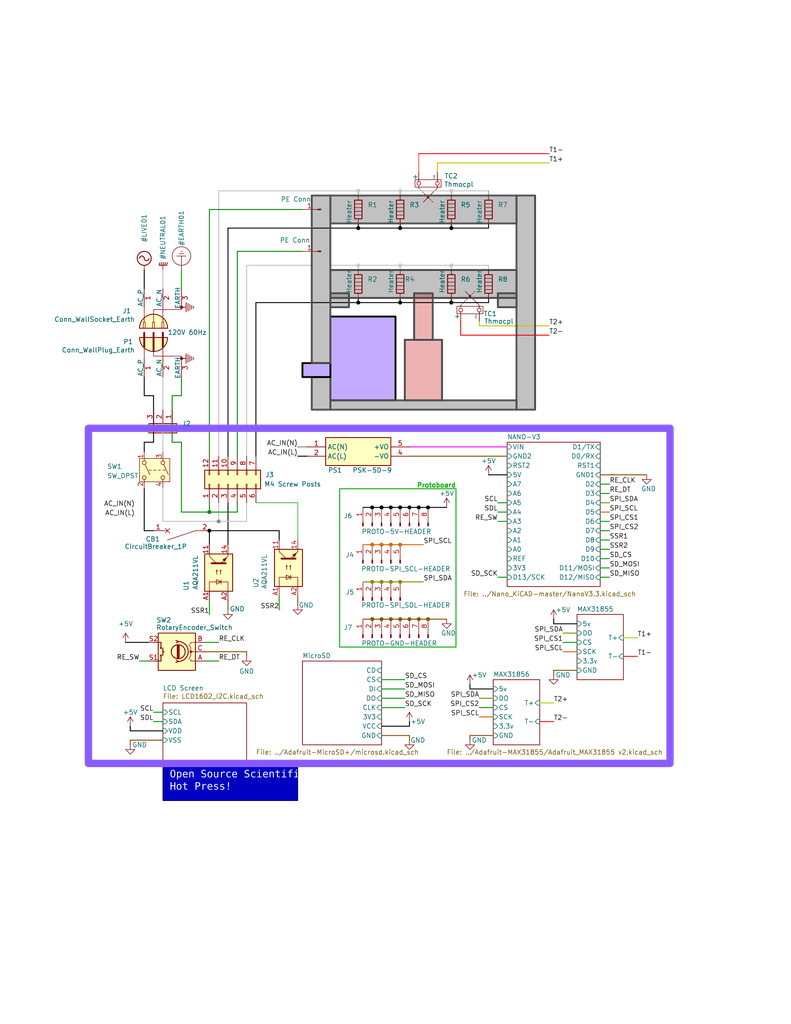
<source format=kicad_sch>
(kicad_sch (version 20231120) (generator "eeschema") (generator_version "8.0")
  (paper "A" portrait)
  (lib_symbols
    (symbol "Connector:Conn_01x01_Pin" (pin_names (offset 1.016) hide)
      (property "Reference" "J" (at 0 2.54 0))
      (property "Value" "Conn_01x01_Pin" (at 0 -2.54 0))
      (symbol "Conn_01x01_Pin_1_1"
        (pin passive line (at 5.08 0 180) (length 3.81) (name "Pin_1") (number "1"))
      )
    )
    (symbol "Connector:Conn_01x05_Pin" (pin_names (offset 1.016) hide)
      (property "Reference" "J" (at 0 7.62 0))
      (property "Value" "Conn_01x05_Pin" (at 0 -7.62 0))
      (symbol "Conn_01x05_Pin_1_1"
        (pin passive line (at 5.08 5.08 180) (length 3.81) (name "Pin_1") (number "1"))
        (pin passive line (at 5.08 2.54 180) (length 3.81) (name "Pin_2") (number "2"))
        (pin passive line (at 5.08 0 180) (length 3.81) (name "Pin_3") (number "3"))
        (pin passive line (at 5.08 -2.54 180) (length 3.81) (name "Pin_4") (number "4"))
        (pin passive line (at 5.08 -5.08 180) (length 3.81) (name "Pin_5") (number "5"))
      )
    )
    (symbol "Connector:Conn_01x08_Pin" (pin_names (offset 1.016) hide)
      (property "Reference" "J" (at 0 10.16 0))
      (property "Value" "Conn_01x08_Pin" (at 0 -12.7 0))
      (symbol "Conn_01x08_Pin_1_1"
        (pin passive line (at 5.08 7.62 180) (length 3.81) (name "Pin_1") (number "1"))
        (pin passive line (at 5.08 5.08 180) (length 3.81) (name "Pin_2") (number "2"))
        (pin passive line (at 5.08 2.54 180) (length 3.81) (name "Pin_3") (number "3"))
        (pin passive line (at 5.08 0 180) (length 3.81) (name "Pin_4") (number "4"))
        (pin passive line (at 5.08 -2.54 180) (length 3.81) (name "Pin_5") (number "5"))
        (pin passive line (at 5.08 -5.08 180) (length 3.81) (name "Pin_6") (number "6"))
        (pin passive line (at 5.08 -7.62 180) (length 3.81) (name "Pin_7") (number "7"))
        (pin passive line (at 5.08 -10.16 180) (length 3.81) (name "Pin_8") (number "8"))
      )
    )
    (symbol "Connector:Conn_WallPlug_Earth" (pin_names (offset 0))
      (property "Reference" "P" (at 0 3.81 0))
      (property "Value" "Conn_WallPlug_Earth" (at -5.08 0 90))
      (symbol "Conn_WallPlug_Earth_1_1"
        (pin power_out line (at 7.62 2.54 180) (length 5.08) (name "AC_P") (number "1"))
        (pin power_out line (at 7.62 -2.54 180) (length 5.08) (name "AC_N") (number "2"))
        (pin passive line (at 7.62 -7.62 180) (length 5.08) (name "EARTH") (number "3"))
      )
    )
    (symbol "Connector:Conn_WallSocket_Earth" (pin_names (offset 0))
      (property "Reference" "J" (at 3.81 6.985 0))
      (property "Value" "Conn_WallSocket_Earth" (at 7.62 2.54 90))
      (symbol "Conn_WallSocket_Earth_1_1"
        (pin power_in line (at -5.08 5.08 0) (length 5.08) (name "AC_P") (number "1"))
        (pin power_in line (at -5.08 0 0) (length 5.08) (name "AC_N") (number "2"))
        (pin passive line (at -5.08 -5.08 0) (length 5.08) (name "EARTH") (number "3"))
      )
    )
    (symbol "Connector:Screw_Terminal_01x03" (pin_names (offset 1.016) hide)
      (property "Reference" "J" (at 0 5.08 0))
      (property "Value" "Screw_Terminal_01x03" (at 0 -5.08 0))
      (symbol "Screw_Terminal_01x03_1_1"
        (pin passive line (at -5.08 2.54 0) (length 3.81) (name "Pin_1") (number "1"))
        (pin passive line (at -5.08 0 0) (length 3.81) (name "Pin_2") (number "2"))
        (pin passive line (at -5.08 -2.54 0) (length 3.81) (name "Pin_3") (number "3"))
      )
    )
    (symbol "Connector_Generic:Conn_02x06_Counter_Clockwise" (pin_names (offset 1.016) hide)
      (property "Reference" "J" (at 1.27 7.62 0))
      (property "Value" "Conn_02x06_Counter_Clockwise" (at 1.27 -10.16 0))
      (symbol "Conn_02x06_Counter_Clockwise_1_1"
        (pin passive line (at -5.08 5.08 0) (length 3.81) (name "Pin_1") (number "1"))
        (pin passive line (at 7.62 0 180) (length 3.81) (name "Pin_10") (number "10"))
        (pin passive line (at 7.62 2.54 180) (length 3.81) (name "Pin_11") (number "11"))
        (pin passive line (at 7.62 5.08 180) (length 3.81) (name "Pin_12") (number "12"))
        (pin passive line (at -5.08 2.54 0) (length 3.81) (name "Pin_2") (number "2"))
        (pin passive line (at -5.08 0 0) (length 3.81) (name "Pin_3") (number "3"))
        (pin passive line (at -5.08 -2.54 0) (length 3.81) (name "Pin_4") (number "4"))
        (pin passive line (at -5.08 -5.08 0) (length 3.81) (name "Pin_5") (number "5"))
        (pin passive line (at -5.08 -7.62 0) (length 3.81) (name "Pin_6") (number "6"))
        (pin passive line (at 7.62 -7.62 180) (length 3.81) (name "Pin_7") (number "7"))
        (pin passive line (at 7.62 -5.08 180) (length 3.81) (name "Pin_8") (number "8"))
        (pin passive line (at 7.62 -2.54 180) (length 3.81) (name "Pin_9") (number "9"))
      )
    )
    (symbol "Device:CircuitBreaker_1P"
      (property "Reference" "CB" (at 1.905 0 0))
      (property "Value" "CircuitBreaker_1P" (at 1.905 1.905 0))
      (symbol "CircuitBreaker_1P_1_1"
        (pin passive line (at 0 7.62 270) (length 2.54) (name "~") (number "1"))
        (pin passive line (at 0 -7.62 90) (length 2.54) (name "~") (number "2"))
      )
    )
    (symbol "Device:Heater" (pin_numbers hide) (pin_names (offset 0))
      (property "Reference" "R" (at 2.032 0 90))
      (property "Value" "Heater" (at -2.032 0 90))
      (symbol "Heater_1_1"
        (pin passive line (at 0 3.81 270) (length 1.27) (name "~") (number "1"))
        (pin passive line (at 0 -3.81 90) (length 1.27) (name "~") (number "2"))
      )
    )
    (symbol "Device:RotaryEncoder_Switch" (pin_names (offset 0.254) hide)
      (property "Reference" "SW" (at 0 6.604 0))
      (property "Value" "RotaryEncoder_Switch" (at 0 -6.604 0))
      (symbol "RotaryEncoder_Switch_1_1"
        (pin passive line (at -7.62 2.54 0) (length 2.54) (name "A") (number "A"))
        (pin passive line (at -7.62 -2.54 0) (length 2.54) (name "B") (number "B"))
        (pin passive line (at -7.62 0 0) (length 2.54) (name "C") (number "C"))
        (pin passive line (at 7.62 2.54 180) (length 2.54) (name "S1") (number "S1"))
        (pin passive line (at 7.62 -2.54 180) (length 2.54) (name "S2") (number "S2"))
      )
    )
    (symbol "Device:Thermocouple_Block" (pin_numbers hide) (pin_names (offset 0))
      (property "Reference" "TC" (at -3.048 3.81 0))
      (property "Value" "Thermocouple_Block" (at -5.08 -4.064 0))
      (symbol "Thermocouple_Block_1_1"
        (pin passive line (at 5.08 2.54 180) (length 2.54) (name "+") (number "1"))
        (pin passive line (at 5.08 -2.54 180) (length 2.54) (name "-") (number "2"))
      )
    )
    (symbol "GND_1" (power) (pin_names (offset 0))
      (property "Value" "GND_1" (at 0 -3.81 0))
      (symbol "GND_1_1_1"
        (pin power_in line (at 0 0 270) (length 0) hide (name "GND") (number "1"))
      )
    )
    (symbol "Relay_SolidState:34.81-9024"
      (property "Reference" "U" (at -5.08 5.08 0))
      (property "Value" "34.81-9024" (at 0 5.08 0))
      (symbol "34.81-9024_1_1"
        (pin passive line (at 7.62 2.54 180) (length 2.54) (name "~") (number "11"))
        (pin passive line (at 7.62 -2.54 180) (length 2.54) (name "~") (number "14"))
        (pin passive line (at -7.62 2.54 0) (length 2.54) (name "~") (number "A1"))
        (pin passive line (at -7.62 -2.54 0) (length 2.54) (name "~") (number "A2"))
      )
    )
    (symbol "SamacSys_Parts:PSK-5D-9"
      (property "Reference" "PS" (at 24.13 7.62 0))
      (property "Value" "PSK-5D-9" (at 24.13 5.08 0))
      (symbol "PSK-5D-9_1_1"
        (pin passive line (at 0 0 0) (length 5.08) (name "AC(N)") (number "1"))
        (pin passive line (at 0 -2.54 0) (length 5.08) (name "AC(L)") (number "2"))
        (pin passive line (at 27.94 -2.54 180) (length 5.08) (name "-VO") (number "4"))
        (pin passive line (at 27.94 0 180) (length 5.08) (name "+VO") (number "5"))
      )
    )
    (symbol "Switch:SW_DPST" (pin_names (offset 0) hide)
      (property "Reference" "SW" (at 0 6.35 0))
      (property "Value" "SW_DPST" (at 0 -5.08 0))
      (symbol "SW_DPST_1_1"
        (pin passive line (at -5.08 -2.54 0) (length 2.54) (name "1") (number "1"))
        (pin passive line (at 5.08 -2.54 180) (length 2.54) (name "2") (number "2"))
        (pin passive line (at -5.08 2.54 0) (length 2.54) (name "3") (number "3"))
        (pin passive line (at 5.08 2.54 180) (length 2.54) (name "4") (number "4"))
      )
    )
    (symbol "power:+5V" (power) (pin_names (offset 0))
      (property "Value" "+5V" (at 0 3.556 0))
      (symbol "+5V_1_1"
        (pin power_in line (at 0 0 90) (length 0) hide (name "+5V") (number "1"))
      )
    )
    (symbol "power:AC" (power) (pin_names (offset 0))
      (property "Value" "AC" (at 0 6.35 0))
      (symbol "AC_1_1"
        (pin power_in line (at 0 0 90) (length 0) hide (name "AC") (number "1"))
      )
    )
    (symbol "power:Earth_Protective" (power) (pin_names (offset 0))
      (symbol "Earth_Protective_1_1"
        (pin power_in line (at 0 0 270) (length 0) hide (name "Earth_Protective") (number "1"))
      )
    )
    (symbol "power:GND" (power) (pin_names (offset 0))
      (property "Value" "GND" (at 0 -3.81 0))
      (symbol "GND_1_1"
        (pin power_in line (at 0 0 270) (length 0) hide (name "GND") (number "1"))
      )
    )
    (symbol "power:GNDPWR" (power) (pin_names (offset 0))
      (property "Value" "GNDPWR" (at 0 -3.302 0))
      (symbol "GNDPWR_1_1"
        (pin power_in line (at 0 0 270) (length 0) hide (name "GNDPWR") (number "1"))
      )
    )
  )
  (junction (at 116.84 138.43) (color 0 0 0 1))
  (junction (at 97.79 82.55) (color 0 0 0 1))
  (junction (at 109.22 72.39) (color 194 194 194 1))
  (junction (at 123.19 82.55) (color 0 0 0 1))
  (junction (at 97.79 72.39) (color 194 194 194 1))
  (junction (at 104.14 158.75) (color 132 132 0 1))
  (junction (at 101.6 168.91) (color 128 77 0 1))
  (junction (at 109.22 52.07) (color 194 194 194 1))
  (junction (at 57.15 144.78) (color 0 0 0 1))
  (junction (at 101.6 148.59) (color 204 102 0 1))
  (junction (at 109.22 148.59) (color 204 102 0 1))
  (junction (at 109.22 82.55) (color 0 0 0 1))
  (junction (at 114.3 138.43) (color 0 0 0 1))
  (junction (at 104.14 138.43) (color 0 0 0 1))
  (junction (at 57.15 139.7) (color 0 132 0 1))
  (junction (at 106.68 168.91) (color 128 77 0 1))
  (junction (at 106.68 158.75) (color 132 132 0 1))
  (junction (at 101.6 158.75) (color 132 132 0 1))
  (junction (at 123.19 62.23) (color 0 0 0 1))
  (junction (at 109.22 138.43) (color 0 0 0 1))
  (junction (at 111.76 138.43) (color 0 0 0 1))
  (junction (at 59.69 142.24) (color 132 132 132 1))
  (junction (at 109.22 168.91) (color 128 77 0 1))
  (junction (at 104.14 168.91) (color 128 77 0 1))
  (junction (at 116.84 168.91) (color 128 77 0 1))
  (junction (at 111.76 168.91) (color 128 77 0 1))
  (junction (at 106.68 138.43) (color 0 0 0 1))
  (junction (at 104.14 148.59) (color 204 102 0 1))
  (junction (at 114.3 168.91) (color 128 77 0 1))
  (junction (at 106.68 148.59) (color 204 102 0 1))
  (junction (at 109.22 62.23) (color 0 0 0 1))
  (junction (at 123.19 52.07) (color 194 194 194 1))
  (junction (at 109.22 158.75) (color 132 132 0 1))
  (junction (at 97.79 52.07) (color 194 194 194 1))
  (junction (at 101.6 138.43) (color 0 0 0 1))
  (junction (at 123.19 72.39) (color 194 194 194 1))
  (junction (at 97.79 62.23) (color 0 0 0 1))
  (wire (pts (xy 39.37 120.65) (xy 41.91 120.65)) (stroke (width 0.25) (color 0 0 0 1)))
  (wire (pts (xy 41.91 107.95) (xy 41.91 120.65)) (stroke (width 0.25) (color 0 0 0 1)))
  (wire (pts (xy 116.84 138.43) (xy 121.92 138.43)) (stroke (width 0.254) (color 0 0 0 1)))
  (wire (pts (xy 44.45 102.87) (xy 44.45 123.19)) (stroke (width 0.254) (color 194 194 194 1)))
  (wire (pts (xy 97.79 72.39) (xy 109.22 72.39)) (stroke (width 0.25) (color 194 194 194 1)))
  (wire (pts (xy 166.37 154.94) (xy 163.83 154.94)) (stroke (width 0.254)))
  (wire (pts (xy 111.76 200.66) (xy 104.14 200.66)) (stroke (width 0.25) (color 128 77 0 1)))
  (wire (pts (xy 35.56 198.12) (xy 35.56 199.39)) (stroke (width 0.254) (color 0 0 0 1)))
  (wire (pts (xy 123.19 72.39) (xy 123.19 73.66)) (stroke (width 0.25) (color 194 194 194 1)))
  (wire (pts (xy 99.06 168.91) (xy 101.6 168.91)) (stroke (width 0.254) (color 128 77 0 1)))
  (wire (pts (xy 116.84 168.91) (xy 121.92 168.91)) (stroke (width 0.254) (color 128 77 0 1)))
  (wire (pts (xy 153.67 175.26) (xy 157.48 175.26)) (stroke (width 0.254)))
  (wire (pts (xy 44.45 142.24) (xy 59.69 142.24)) (stroke (width 0.254) (color 194 194 194 1)))
  (wire (pts (xy 125.73 91.44) (xy 149.86 91.44)) (stroke (width 0.25) (color 255 0 0 1)))
  (wire (pts (xy 125.73 87.63) (xy 125.73 91.44)) (stroke (width 0.25) (color 255 0 0 1)))
  (wire (pts (xy 104.14 148.59) (xy 106.68 148.59)) (stroke (width 0.254) (color 204 102 0 1)))
  (wire (pts (xy 67.31 72.39) (xy 67.31 124.46)) (stroke (width 0.25) (color 194 194 194 1)))
  (wire (pts (xy 104.14 185.42) (xy 110.49 185.42)) (stroke (width 0.254)))
  (wire (pts (xy 133.35 73.66) (xy 133.35 72.39)) (stroke (width 0.25) (color 194 194 194 1)))
  (wire (pts (xy 166.37 134.62) (xy 163.83 134.62)) (stroke (width 0.254)))
  (wire (pts (xy 64.77 68.58) (xy 64.77 124.46)) (stroke (width 0.25) (color 0 132 0 1)))
  (wire (pts (xy 62.23 137.16) (xy 62.23 148.59)) (stroke (width 0.25) (color 0 0 0 1)))
  (wire (pts (xy 39.37 133.35) (xy 39.37 144.78)) (stroke (width 0.25) (color 0 0 0 1)))
  (wire (pts (xy 114.3 168.91) (xy 116.84 168.91)) (stroke (width 0.254) (color 128 77 0 1)))
  (wire (pts (xy 41.91 196.85) (xy 44.45 196.85)) (stroke (width 0.254)))
  (wire (pts (xy 97.79 52.07) (xy 109.22 52.07)) (stroke (width 0.25) (color 194 194 194 1)))
  (wire (pts (xy 135.89 142.24) (xy 138.43 142.24)) (stroke (width 0.254)))
  (wire (pts (xy 97.79 60.96) (xy 97.79 62.23)) (stroke (width 0.25) (color 0 0 0 1)))
  (wire (pts (xy 151.13 182.88) (xy 157.48 182.88)) (stroke (width 0.25) (color 128 77 0 1)))
  (wire (pts (xy 133.35 53.34) (xy 133.35 52.07)))
  (wire (pts (xy 69.85 82.55) (xy 69.85 124.46)) (stroke (width 0.25) (color 0 0 0 1)))
  (wire (pts (xy 114.3 41.91) (xy 149.86 41.91)) (stroke (width 0.25) (color 255 0 0 1)))
  (wire (pts (xy 166.37 142.24) (xy 163.83 142.24)) (stroke (width 0.254)))
  (wire (pts (xy 46.99 120.65) (xy 49.53 120.65)) (stroke (width 0.25) (color 0 132 0 1)))
  (wire (pts (xy 101.6 138.43) (xy 104.14 138.43)) (stroke (width 0.254) (color 0 0 0 1)))
  (wire (pts (xy 109.22 82.55) (xy 109.22 81.28)) (stroke (width 0.25) (color 0 0 0 1)))
  (wire (pts (xy 39.37 107.95) (xy 41.91 107.95)) (stroke (width 0.25) (color 0 0 0 1)))
  (wire (pts (xy 106.68 158.75) (xy 109.22 158.75)) (stroke (width 0.254) (color 132 132 0 1)))
  (wire (pts (xy 97.79 82.55) (xy 97.79 81.28)) (stroke (width 0.25) (color 0 0 0 1)))
  (wire (pts (xy 69.85 137.16) (xy 81.28 137.16)))
  (wire (pts (xy 128.27 201.93) (xy 128.27 200.66)) (stroke (width 0.25) (color 128 77 0 1)))
  (wire (pts (xy 114.3 138.43) (xy 116.84 138.43)) (stroke (width 0.254) (color 0 0 0 1)))
  (wire (pts (xy 109.22 52.07) (xy 123.19 52.07)) (stroke (width 0.25) (color 194 194 194 1)))
  (wire (pts (xy 99.06 148.59) (xy 101.6 148.59)) (stroke (width 0.254) (color 204 102 0 1)))
  (wire (pts (xy 153.67 172.72) (xy 157.48 172.72)) (stroke (width 0.254) (color 132 132 0 1)))
  (wire (pts (xy 170.18 173.99) (xy 173.99 173.99)) (stroke (width 0.25) (color 194 194 0 1)))
  (wire (pts (xy 138.43 129.54) (xy 133.35 129.54)) (stroke (width 0.254) (color 0 0 0 1)))
  (wire (pts (xy 35.56 199.39) (xy 44.45 199.39)) (stroke (width 0.254) (color 0 0 0 1)))
  (wire (pts (xy 101.6 148.59) (xy 104.14 148.59)) (stroke (width 0.254) (color 204 102 0 1)))
  (wire (pts (xy 130.81 193.04) (xy 134.62 193.04)) (stroke (width 0.254)))
  (wire (pts (xy 64.77 68.58) (xy 82.55 68.58)) (stroke (width 0.25) (color 0 132 0 1)))
  (wire (pts (xy 106.68 168.91) (xy 109.22 168.91)) (stroke (width 0.254) (color 128 77 0 1)))
  (wire (pts (xy 123.19 82.55) (xy 123.19 81.28)) (stroke (width 0.25) (color 0 0 0 1)))
  (wire (pts (xy 133.35 62.23) (xy 133.35 60.96)) (stroke (width 0.25) (color 0 0 0 1)))
  (wire (pts (xy 109.22 60.96) (xy 109.22 62.23)) (stroke (width 0.25) (color 0 0 0 1)))
  (wire (pts (xy 67.31 177.8) (xy 67.31 179.07)) (stroke (width 0.25) (color 128 77 0 1)))
  (wire (pts (xy 123.19 52.07) (xy 133.35 52.07)) (stroke (width 0.25) (color 194 194 194 1)))
  (wire (pts (xy 109.22 148.59) (xy 115.57 148.59)) (stroke (width 0.254) (color 204 102 0 1)))
  (wire (pts (xy 35.56 203.2) (xy 35.56 201.93)) (stroke (width 0.254) (color 128 77 0 1)))
  (wire (pts (xy 57.15 144.78) (xy 57.15 148.59)) (stroke (width 0.25) (color 0 0 0 1)))
  (wire (pts (xy 99.06 158.75) (xy 101.6 158.75)) (stroke (width 0.254) (color 132 132 0 1)))
  (wire (pts (xy 57.15 137.16) (xy 57.15 139.7)) (stroke (width 0.25) (color 0 132 0 1)))
  (wire (pts (xy 147.32 196.85) (xy 151.13 196.85)) (stroke (width 0.25) (color 255 0 0 1)))
  (wire (pts (xy 106.68 138.43) (xy 109.22 138.43)) (stroke (width 0.254) (color 0 0 0 1)))
  (wire (pts (xy 76.2 166.37) (xy 76.2 162.56)) (stroke (width 0.25)))
  (wire (pts (xy 67.31 177.8) (xy 55.88 177.8)) (stroke (width 0.25) (color 128 77 0 1)))
  (wire (pts (xy 138.43 139.7) (xy 135.89 139.7)) (stroke (width 0.254)))
  (wire (pts (xy 59.69 52.07) (xy 97.79 52.07)) (stroke (width 0.254) (color 194 194 194 1)))
  (wire (pts (xy 133.35 62.23) (xy 123.19 62.23)) (stroke (width 0.25) (color 0 0 0 1)))
  (wire (pts (xy 59.69 175.26) (xy 55.88 175.26)) (stroke (width 0.254)))
  (wire (pts (xy 128.27 187.96) (xy 134.62 187.96)) (stroke (width 0.25) (color 0 0 0 1)))
  (wire (pts (xy 104.14 190.5) (xy 110.49 190.5)) (stroke (width 0.254)))
  (wire (pts (xy 97.79 52.07) (xy 97.79 53.34)) (stroke (width 0) (color 0 132 132 1)))
  (wire (pts (xy 123.19 82.55) (xy 133.35 82.55)) (stroke (width 0.25) (color 0 0 0 1)))
  (wire (pts (xy 81.28 121.92) (xy 83.82 121.92)) (stroke (width 0.25) (color 132 132 132 1)))
  (wire (pts (xy 67.31 142.24) (xy 59.69 142.24)) (stroke (width 0.254) (color 194 194 194 1)))
  (wire (pts (xy 67.31 137.16) (xy 67.31 142.24)) (stroke (width 0.254) (color 194 194 194 1)))
  (wire (pts (xy 138.43 137.16) (xy 135.89 137.16)) (stroke (width 0.254)))
  (wire (pts (xy 111.76 168.91) (xy 114.3 168.91)) (stroke (width 0.254) (color 128 77 0 1)))
  (wire (pts (xy 97.79 72.39) (xy 97.79 73.66)) (stroke (width 0.25) (color 194 194 194 1)))
  (wire (pts (xy 62.23 62.23) (xy 62.23 124.46)) (stroke (width 0.25) (color 0 0 0 1)))
  (wire (pts (xy 57.15 57.15) (xy 82.55 57.15)) (stroke (width 0.25) (color 0 132 0 1)))
  (wire (pts (xy 151.13 170.18) (xy 157.48 170.18)) (stroke (width 0.25) (color 0 0 0 1)))
  (wire (pts (xy 97.79 82.55) (xy 109.22 82.55)) (stroke (width 0.25) (color 0 0 0 1)))
  (wire (pts (xy 114.3 46.99) (xy 114.3 41.91)) (stroke (width 0) (color 255 0 0 1)))
  (wire (pts (xy 166.37 157.48) (xy 163.83 157.48)) (stroke (width 0.254)))
  (wire (pts (xy 130.81 195.58) (xy 134.62 195.58)) (stroke (width 0.254) (color 204 102 0 1)))
  (wire (pts (xy 130.81 190.5) (xy 134.62 190.5)) (stroke (width 0.254) (color 132 132 0 1)))
  (wire (pts (xy 59.69 137.16) (xy 59.69 142.24)) (stroke (width 0.254) (color 194 194 194 1)))
  (wire (pts (xy 109.22 158.75) (xy 115.57 158.75)) (stroke (width 0.254) (color 132 132 0 1)))
  (wire (pts (xy 46.99 107.95) (xy 49.53 107.95)) (stroke (width 0.25) (color 0 132 0 1)))
  (wire (pts (xy 46.99 107.95) (xy 46.99 120.65)) (stroke (width 0.25) (color 0 132 0 1)))
  (wire (pts (xy 104.14 168.91) (xy 106.68 168.91)) (stroke (width 0.254) (color 128 77 0 1)))
  (wire (pts (xy 44.45 73.66) (xy 44.45 78.74)) (stroke (width 0.254) (color 194 194 194 1)))
  (wire (pts (xy 166.37 144.78) (xy 163.83 144.78)) (stroke (width 0.254)))
  (wire (pts (xy 101.6 158.75) (xy 104.14 158.75)) (stroke (width 0.254) (color 132 132 0 1)))
  (wire (pts (xy 69.85 82.55) (xy 97.79 82.55)) (stroke (width 0.25) (color 0 0 0 1)))
  (wire (pts (xy 135.89 157.48) (xy 138.43 157.48)) (stroke (width 0.254)))
  (wire (pts (xy 151.13 168.91) (xy 151.13 170.18)) (stroke (width 0.25) (color 0 0 0 1)))
  (wire (pts (xy 130.81 88.9) (xy 130.81 87.63)) (stroke (width 0.25) (color 194 194 0 1)))
  (wire (pts (xy 57.15 57.15) (xy 57.15 124.46)) (stroke (width 0.25) (color 0 132 0 1)))
  (wire (pts (xy 39.37 73.66) (xy 39.37 78.74)) (stroke (width 0.254) (color 0 0 0 1)))
  (wire (pts (xy 35.56 201.93) (xy 44.45 201.93)) (stroke (width 0.254) (color 128 77 0 1)))
  (wire (pts (xy 166.37 137.16) (xy 163.83 137.16)) (stroke (width 0.254) (color 132 132 0 1)))
  (wire (pts (xy 166.37 152.4) (xy 163.83 152.4)) (stroke (width 0.254)))
  (wire (pts (xy 163.83 147.32) (xy 166.37 147.32)) (stroke (width 0.254)))
  (wire (pts (xy 111.76 201.93) (xy 111.76 200.66)) (stroke (width 0.25) (color 128 77 0 1)))
  (wire (pts (xy 123.19 72.39) (xy 133.35 72.39)) (stroke (width 0.25) (color 194 194 194 1)))
  (wire (pts (xy 81.28 137.16) (xy 81.28 147.32)))
  (wire (pts (xy 109.22 62.23) (xy 97.79 62.23)) (stroke (width 0.25) (color 0 0 0 1)))
  (wire (pts (xy 104.14 187.96) (xy 110.49 187.96)) (stroke (width 0.254)))
  (wire (pts (xy 64.77 139.7) (xy 64.77 137.16)) (stroke (width 0.25) (color 0 132 0 1)))
  (wire (pts (xy 151.13 184.15) (xy 151.13 182.88)) (stroke (width 0.25) (color 128 77 0 1)))
  (wire (pts (xy 101.6 168.91) (xy 104.14 168.91)) (stroke (width 0.254) (color 128 77 0 1)))
  (wire (pts (xy 170.18 179.07) (xy 173.99 179.07)) (stroke (width 0.25) (color 255 0 0 1)))
  (wire (pts (xy 109.22 72.39) (xy 109.22 73.66)) (stroke (width 0.25) (color 194 194 194 1)))
  (wire (pts (xy 49.53 120.65) (xy 49.53 139.7)) (stroke (width 0.25) (color 0 132 0 1)))
  (wire (pts (xy 153.67 177.8) (xy 157.48 177.8)) (stroke (width 0.254) (color 204 102 0 1)))
  (wire (pts (xy 111.76 196.85) (xy 111.76 198.12)) (stroke (width 0.25) (color 0 0 0 1)))
  (wire (pts (xy 59.69 180.34) (xy 55.88 180.34)) (stroke (width 0.254)))
  (wire (pts (xy 76.2 147.32) (xy 76.2 144.78)) (stroke (width 0.25) (color 0 0 0 1)))
  (wire (pts (xy 39.37 120.65) (xy 39.37 123.19)) (stroke (width 0.25) (color 0 0 0 1)))
  (wire (pts (xy 123.19 62.23) (xy 109.22 62.23)) (stroke (width 0.25) (color 0 0 0 1)))
  (wire (pts (xy 111.76 138.43) (xy 114.3 138.43)) (stroke (width 0.254) (color 0 0 0 1)))
  (wire (pts (xy 119.38 44.45) (xy 149.86 44.45)) (stroke (width 0.25) (color 194 194 0 1)))
  (wire (pts (xy 62.23 166.37) (xy 62.23 163.83)) (stroke (width 0.25) (color 128 77 0 1)))
  (wire (pts (xy 41.91 194.31) (xy 44.45 194.31)) (stroke (width 0.254)))
  (wire (pts (xy 109.22 52.07) (xy 109.22 53.34)) (stroke (width 0) (color 0 132 132 1)))
  (wire (pts (xy 59.69 52.07) (xy 59.69 124.46)) (stroke (width 0.254) (color 194 194 194 1)))
  (wire (pts (xy 106.68 148.59) (xy 109.22 148.59)) (stroke (width 0.254) (color 204 102 0 1)))
  (wire (pts (xy 62.23 62.23) (xy 97.79 62.23)) (stroke (width 0.25) (color 0 0 0 1)))
  (wire (pts (xy 130.81 88.9) (xy 149.86 88.9)) (stroke (width 0.25) (color 194 194 0 1)))
  (wire (pts (xy 104.14 158.75) (xy 106.68 158.75)) (stroke (width 0.254) (color 132 132 0 1)))
  (wire (pts (xy 57.15 144.78) (xy 76.2 144.78)) (stroke (width 0.25) (color 0 0 0 1)))
  (wire (pts (xy 166.37 139.7) (xy 163.83 139.7)) (stroke (width 0.254) (color 204 102 0 1)))
  (wire (pts (xy 123.19 52.07) (xy 123.19 53.34)) (stroke (width 0) (color 0 132 132 1)))
  (wire (pts (xy 38.1 180.34) (xy 40.64 180.34)) (stroke (width 0.254)))
  (wire (pts (xy 109.22 138.43) (xy 111.76 138.43)) (stroke (width 0.254) (color 0 0 0 1)))
  (wire (pts (xy 166.37 132.08) (xy 163.83 132.08)) (stroke (width 0.254)))
  (wire (pts (xy 44.45 142.24) (xy 44.45 133.35)) (stroke (width 0.254) (color 194 194 194 1)))
  (wire (pts (xy 133.35 82.55) (xy 133.35 81.28)) (stroke (width 0.25) (color 0 0 0 1)))
  (wire (pts (xy 109.22 168.91) (xy 111.76 168.91)) (stroke (width 0.254) (color 128 77 0 1)))
  (wire (pts (xy 163.83 149.86) (xy 166.37 149.86)) (stroke (width 0.254)))
  (wire (pts (xy 147.32 191.77) (xy 151.13 191.77)) (stroke (width 0.25) (color 194 194 0 1)))
  (wire (pts (xy 104.14 138.43) (xy 106.68 138.43)) (stroke (width 0.254) (color 0 0 0 1)))
  (wire (pts (xy 111.76 124.46) (xy 138.43 124.46)) (stroke (width 0.25) (color 128 77 0 1)))
  (wire (pts (xy 39.37 102.87) (xy 39.37 107.95)) (stroke (width 0.25) (color 0 0 0 1)))
  (wire (pts (xy 123.19 60.96) (xy 123.19 62.23)) (stroke (width 0.25) (color 0 0 0 1)))
  (wire (pts (xy 67.31 72.39) (xy 97.79 72.39)) (stroke (width 0.25) (color 194 194 194 1)))
  (wire (pts (xy 99.06 138.43) (xy 101.6 138.43)) (stroke (width 0.254) (color 0 0 0 1)))
  (wire (pts (xy 57.15 139.7) (xy 64.77 139.7)) (stroke (width 0.25) (color 0 132 0 1)))
  (wire (pts (xy 49.53 139.7) (xy 57.15 139.7)) (stroke (width 0.25) (color 0 132 0 1)))
  (wire (pts (xy 128.27 186.69) (xy 128.27 187.96)) (stroke (width 0.25) (color 0 0 0 1)))
  (wire (pts (xy 49.53 73.66) (xy 49.53 78.74)) (stroke (width 0.254)))
  (wire (pts (xy 49.53 107.95) (xy 49.53 102.87)) (stroke (width 0.25) (color 0 132 0 1)))
  (wire (pts (xy 111.76 121.92) (xy 138.43 121.92)) (stroke (width 0.25) (color 255 0 255 1)))
  (wire (pts (xy 128.27 200.66) (xy 134.62 200.66)) (stroke (width 0.25) (color 128 77 0 1)))
  (wire (pts (xy 34.29 175.26) (xy 40.64 175.26)) (stroke (width 0.254) (color 0 0 0 1)))
  (wire (pts (xy 39.37 144.78) (xy 41.91 144.78)) (stroke (width 0.25) (color 0 0 0 1)))
  (wire (pts (xy 83.82 124.46) (xy 81.28 124.46)) (stroke (width 0.25) (color 0 0 0 1)))
  (wire (pts (xy 104.14 193.04) (xy 110.49 193.04)) (stroke (width 0.254)))
  (wire (pts (xy 109.22 82.55) (xy 123.19 82.55)) (stroke (width 0.25) (color 0 0 0 1)))
  (wire (pts (xy 81.28 165.1) (xy 81.28 162.56)) (stroke (width 0.25) (color 128 77 0 1)))
  (wire (pts (xy 111.76 198.12) (xy 104.14 198.12)) (stroke (width 0.25) (color 0 0 0 1)))
  (wire (pts (xy 163.83 129.54) (xy 176.53 129.54)) (stroke (width 0.254) (color 128 77 0 1)))
  (wire (pts (xy 109.22 72.39) (xy 123.19 72.39)) (stroke (width 0.25) (color 194 194 194 1)))
  (wire (pts (xy 119.38 44.45) (xy 119.38 46.99)) (stroke (width 0.25) (color 194 194 0 1)))
  (wire (pts (xy 57.15 167.64) (xy 57.15 163.83)) (stroke (width 0.25)))
  (rectangle (start 85.09 102.87) (end 90.17 111.76) (stroke (width 0.5) (color 72 72 72 0.3)) (fill (type color) (color 132 132 132 0.5)))
  (rectangle (start 44.45 208.28) (end 81.28 218.44) (stroke (width 0) (color 0 0 0 1)) (fill (type color) (color 0 0 194 1)))
  (rectangle (start 24.13 116.84) (end 182.88 208.28) (stroke (width 2) (color 137 91 255 0.5490196078)))
  (rectangle (start 113.03 80.01) (end 118.11 92.71) (stroke (width 0.5) (color 72 72 72 0.5)) (fill (type color) (color 194 0 0 0.3)))
  (rectangle (start 90.17 73.66) (end 140.97 81.28) (stroke (width 0.5) (color 72 72 72 0.3)) (fill (type color) (color 132 132 132 0.5)))
  (rectangle (start 90.17 53.34) (end 140.97 60.96) (stroke (width 0.5) (color 72 72 72 0.3)) (fill (type color) (color 132 132 132 0.5)))
  (rectangle (start 110.49 92.71) (end 120.65 109.22) (stroke (width 0.5) (color 72 72 72 0.5)) (fill (type color) (color 194 0 0 0.3)))
  (rectangle (start 135.89 80.01) (end 140.97 83.82) (stroke (width 0.5) (color 72 72 72 0.3)) (fill (type color) (color 132 132 132 0.5)))
  (rectangle (start 82.55 99.06) (end 90.17 102.87) (stroke (width 0.5) (color 0 0 0 0.3)) (fill (type color) (color 137 91 255 0.5)))
  (rectangle (start 90.17 80.01) (end 95.25 83.82) (stroke (width 0.5) (color 72 72 72 0.3)) (fill (type color) (color 132 132 132 0.5)))
  (rectangle (start 140.97 53.34) (end 146.05 111.76) (stroke (width 0.5) (color 72 72 72 0.3)) (fill (type color) (color 132 132 132 0.5)))
  (rectangle (start 90.17 109.22) (end 140.97 111.76) (stroke (width 0.5) (color 72 72 72 0.3)) (fill (type color) (color 132 132 132 0.5)))
  (rectangle (start 92.71 133.35) (end 124.46 176.53) (stroke (width 0.254) (color 0 167 0 1)))
  (rectangle (start 90.17 86.36) (end 107.95 109.22) (stroke (width 0.5) (color 0 0 0 0.3)) (fill (type color) (color 137 91 255 0.5)))
  (rectangle (start 85.09 53.34) (end 90.17 99.06) (stroke (width 0.5) (color 72 72 72 0.3)) (fill (type color) (color 132 132 132 0.5)))
  (text "Open Source Scientific\nHot Press!" (at 46.355 216.535 0) (effects (font (size 2 2)) (justify left bottom)))
  (text "Protoboard" (at 119.126 132.588 0) (effects (font (size 1.27 1.27) (thickness 0.254) (bold yes))))
  (label "SCL" (at 41.91 194.31 180))
  (label "SPI_CS1" (at 166.37 142.24 0))
  (label "SSR1" (at 57.15 167.64 180))
  (label "SSR2" (at 166.37 149.86 0))
  (label "AC_IN(N)" (at 81.28 121.92 180))
  (label "T2+" (at 149.86 88.9 0))
  (label "SPI_CS1" (at 153.67 175.26 180))
  (label "RE_SW" (at 38.1 180.34 180))
  (label "SDL" (at 41.91 196.85 180))
  (label "SSR2" (at 76.2 166.37 180))
  (label "SD_MISO" (at 110.49 190.5 0))
  (label "AC_IN(L)" (at 36.83 140.97 180))
  (label "SPI_SCL" (at 166.37 139.7 0))
  (label "SD_SCK" (at 135.89 157.48 180))
  (label "T1-" (at 149.86 41.91 0))
  (label "T2+" (at 151.13 191.77 0))
  (label "SPI_SCL" (at 130.81 195.58 180))
  (label "T1+" (at 173.99 173.99 0))
  (label "T1+" (at 149.86 44.45 0))
  (label "T2-" (at 151.13 196.85 0))
  (label "SCL" (at 135.89 137.16 180))
  (label "SPI_SDA" (at 153.67 172.72 180))
  (label "RE_DT" (at 166.37 134.62 0))
  (label "T1-" (at 173.99 179.07 0))
  (label "RE_SW" (at 135.89 142.24 180))
  (label "RE_CLK" (at 166.37 132.08 0))
  (label "SPI_SDA" (at 166.37 137.16 0))
  (label "SPI_SDA" (at 115.57 158.75 0))
  (label "SPI_SCL" (at 153.67 177.8 180))
  (label "SPI_SCL" (at 115.57 148.59 0))
  (label "AC_IN(L)" (at 81.28 124.46 180))
  (label "SD_MOSI" (at 110.49 187.96 0))
  (label "SD_CS" (at 166.37 152.4 0))
  (label "SDL" (at 135.89 139.7 180))
  (label "SPI_CS2" (at 166.37 144.78 0))
  (label "RE_DT" (at 59.69 180.34 0))
  (label "SD_CS" (at 110.49 185.42 0))
  (label "SPI_SDA" (at 130.81 190.5 180))
  (label "SD_MISO" (at 166.37 157.48 0))
  (label "T2-" (at 149.86 91.44 0))
  (label "SD_MOSI" (at 166.37 154.94 0))
  (label "SD_SCK" (at 110.49 193.04 0))
  (label "SSR1" (at 166.37 147.32 0))
  (label "AC_IN(N)" (at 36.83 138.43 180))
  (label "SPI_CS2" (at 130.81 193.04 180))
  (label "RE_CLK" (at 59.69 175.26 0))
  (symbol (lib_id "Switch:SW_DPST") (at 41.91 128.27 270) (unit 1)
    (property "Reference" "SW1" (at 29.21 127.254 90) (effects (justify left)))
    (property "Value" "SW_DPST" (at 29.21 129.794 90) (effects (justify left)))
    (property "Description" "Double Pole Single Throw (DPST) Switch" (effects (hide yes)))
  )
  (symbol (lib_id "Connector_Generic:Conn_02x06_Counter_Clockwise") (at 62.23 132.08 90) (unit 1)
    (property "Reference" "J3" (at 72.39 129.5399 90) (effects (justify right)))
    (property "Value" "M4 Screw Posts" (at 72.136 132.08 90) (effects (justify right)))
    (property "Description" "Generic connector, double row, 02x06, counter clockwise pin numbering scheme (similar to DIP package numbering), script generated (kicad-library-utils/schlib/autogen/connector/)" (effects (hide yes)))
  )
  (symbol (lib_name "GND_1") (lib_id "power:GND") (at 151.13 184.15 0) (unit 1)
    (property "Reference" "#PWR015" (effects (hide yes)))
    (property "Value" "GND" (at 153.67 184.15 0))
  )
  (symbol (lib_id "power:GND") (at 81.28 165.1 0) (unit 1)
    (property "Reference" "#PWR06" (effects (hide yes)))
    (property "Value" "GND" (at 85.598 165.1 0) (effects (justify right)))
  )
  (symbol (lib_id "Connector:Conn_01x01_Pin") (at 87.63 68.58 180) (unit 1)
    (property "Reference" "J14" (effects (hide yes)))
    (property "Value" "PE Conn" (at 80.518 65.532 0))
    (property "Description" "Generic connector, single row, 01x01, script generated" (effects (hide yes)))
  )
  (symbol (lib_id "power:Earth_Protective") (at 49.53 73.66 180) (unit 1)
    (property "Reference" "#EARTH01" (at 49.53 62.23 90))
    (property "Value" "Earth_Protective" (effects (hide yes)))
  )
  (symbol (lib_id "Device:RotaryEncoder_Switch") (at 48.26 177.8 180) (unit 1)
    (property "Reference" "SW2" (at 44.704 169.164 0))
    (property "Value" "RotaryEncoder_Switch" (at 53.086 171.196 0))
  )
  (symbol (lib_id "Connector:Screw_Terminal_01x03") (at 44.45 116.84 270) (unit 1)
    (property "Reference" "J2" (at 52.07 115.57 90) (effects (justify right)))
    (property "Value" "120V 60Hz " (at 57.404 90.678 90) (effects (justify right)))
  )
  (symbol (lib_id "Connector:Conn_01x05_Pin") (at 104.14 153.67 90) (unit 1)
    (property "Reference" "J4" (at 95.504 151.384 90))
    (property "Value" "PROTO-SPI_SCL-HEADER" (at 110.744 155.194 90))
    (property "Description" "Generic connector, single row, 01x05, script generated" (effects (hide yes)))
  )
  (symbol (lib_id "Device:Heater") (at 123.19 77.47 0) (unit 1)
    (property "Reference" "R6" (at 125.73 76.2 0) (effects (justify left)))
    (property "Value" "Heater" (at 120.65 80.01 90) (effects (justify left)))
  )
  (symbol (lib_id "power:GND") (at 62.23 166.37 0) (unit 1)
    (property "Reference" "#PWR04" (effects (hide yes)))
    (property "Value" "GND" (at 66.802 166.116 0) (effects (justify right)))
  )
  (symbol (lib_name "GND_1") (lib_id "power:GND") (at 111.76 201.93 0) (mirror y) (unit 1)
    (property "Reference" "#PWR08" (effects (hide yes)))
    (property "Value" "GND" (at 114.046 201.93 0))
  )
  (symbol (lib_id "Device:Heater") (at 123.19 57.15 0) (unit 1)
    (property "Reference" "R5" (at 125.73 55.88 0) (effects (justify left)))
    (property "Value" "Heater" (at 120.65 60.96 90) (effects (justify left)))
  )
  (symbol (lib_id "power:GND") (at 35.56 203.2 0) (mirror y) (unit 1)
    (property "Reference" "#PWR03" (effects (hide yes)))
    (property "Value" "GND" (at 38.1 203.2 0))
  )
  (symbol (lib_id "Relay_SolidState:34.81-9024") (at 59.69 156.21 90) (unit 1)
    (property "Reference" "U1" (at 50.8 159.766 0))
    (property "Value" "AQA211VL" (at 53.34 156.21 0))
    (property "Footprint" "OptoDevice:Finder_34.81" (effects (hide yes)))
    (property "Datasheet" "http://www.us.liteon.com/downloads/LTV-817-827-847.PDF" (effects (hide yes)))
  )
  (symbol (lib_id "Connector:Conn_WallSocket_Earth") (at 44.45 83.82 90) (mirror x) (unit 1)
    (property "Reference" "J1" (at 35.814 84.836 90) (effects (justify left)))
    (property "Value" "Conn_WallSocket_Earth" (at 36.83 87.122 90) (effects (justify left)))
    (property "Description" "3-pin german wall socket, with Earth wire (110VAC, 220VAC)" (effects (hide yes)))
  )
  (symbol (lib_id "Connector:Conn_01x08_Pin") (at 106.68 143.51 90) (unit 1)
    (property "Reference" "J6" (at 94.996 140.716 90))
    (property "Value" "PROTO-5V-HEADER" (at 108.204 145.034 90))
    (property "Description" "Generic connector, single row, 01x08, script generated" (effects (hide yes)))
  )
  (symbol (lib_id "Device:Heater") (at 109.22 77.47 0) (unit 1)
    (property "Reference" "R4" (at 110.49 76.2 0) (effects (justify left)))
    (property "Value" "Heater" (at 106.68 80.01 90) (effects (justify left)))
  )
  (symbol (lib_id "Device:Thermocouple_Block") (at 128.27 82.55 90) (mirror x) (unit 1)
    (property "Reference" "TC1" (at 135.636 85.598 90) (effects (justify left)))
    (property "Value" "Thmocpl" (at 140.208 87.63 90) (effects (justify left)))
  )
  (symbol (lib_id "power:GNDPWR") (at 44.45 73.66 180) (unit 1)
    (property "Reference" "#NEUTRAL01" (at 44.45 64.77 90))
    (property "Value" "GNDPWR" (effects (hide yes)))
  )
  (symbol (lib_id "Device:Heater") (at 97.79 57.15 0) (unit 1)
    (property "Reference" "R1" (at 100.33 55.88 0) (effects (justify left)))
    (property "Value" "Heater" (at 95.25 60.96 90) (effects (justify left)))
  )
  (symbol (lib_id "SamacSys_Parts:PSK-5D-9") (at 83.82 121.92 0) (unit 1)
    (property "Reference" "PS1" (at 91.44 128.27 0))
    (property "Value" "PSK-5D-9" (at 101.6 128.27 0))
    (property "Footprint" "Converter_ACDC:Converter_ACDC_HiLink_HLK-5Mxx" (effects (hide yes)))
    (property "Height" "18.1" (effects (hide yes)))
    (property "Mouser Part Number" "490-PSK-5D-9" (effects (hide yes)))
    (property "Mouser Price/Stock" "https://www.mouser.co.uk/ProductDetail/CUI-Inc/PSK-5D-9?qs=DRkmTr78QAS7xBfnsfADZA%3D%3D" (effects (hide yes)))
    (property "Manufacturer_Name" "CUI Inc." (effects (hide yes)))
    (property "Manufacturer_Part_Number" "PSK-5D-9" (effects (hide yes)))
  )
  (symbol (lib_id "Device:Heater") (at 109.22 57.15 0) (unit 1)
    (property "Reference" "R3" (at 111.76 55.88 0) (effects (justify left)))
    (property "Value" "Heater" (at 106.68 60.96 90) (effects (justify left)))
  )
  (symbol (lib_id "Device:Thermocouple_Block") (at 116.84 52.07 90) (unit 1)
    (property "Reference" "TC2" (at 124.968 48.006 90) (effects (justify left)))
    (property "Value" "Thmocpl" (at 129.286 50.292 90) (effects (justify left)))
  )
  (symbol (lib_id "Connector:Conn_01x08_Pin") (at 106.68 173.99 90) (unit 1)
    (property "Reference" "J7" (at 94.996 171.196 90))
    (property "Value" "PROTO-GND-HEADER" (at 108.966 175.514 90))
    (property "Description" "Generic connector, single row, 01x08, script generated" (effects (hide yes)))
  )
  (symbol (lib_id "power:GND") (at 121.92 168.91 0) (unit 1)
    (property "Reference" "#PWR010" (effects (hide yes)))
    (property "Value" "GND" (at 124.46 172.72 0) (effects (justify right)))
  )
  (symbol (lib_id "Connector:Conn_01x05_Pin") (at 104.14 163.83 90) (unit 1)
    (property "Reference" "J5" (at 95.504 161.544 90))
    (property "Value" "PROTO-SPI_SDL-HEADER" (at 110.744 165.1 90))
    (property "Description" "Generic connector, single row, 01x05, script generated" (effects (hide yes)))
  )
  (symbol (lib_id "power:GND") (at 67.31 179.07 0) (mirror y) (unit 1)
    (property "Reference" "#PWR05" (effects (hide yes)))
    (property "Value" "GND" (at 67.31 183.134 0))
  )
  (symbol (lib_id "Relay_SolidState:34.81-9024") (at 78.74 154.94 90) (unit 1)
    (property "Reference" "U2" (at 69.85 159.004 0))
    (property "Value" "AQA211VL" (at 72.136 155.956 0))
    (property "Footprint" "OptoDevice:Finder_34.81" (effects (hide yes)))
    (property "Datasheet" "http://www.us.liteon.com/downloads/LTV-817-827-847.PDF" (effects (hide yes)))
  )
  (symbol (lib_id "Connector:Conn_01x01_Pin") (at 87.63 57.15 180) (unit 1)
    (property "Reference" "J15" (effects (hide yes)))
    (property "Value" "PE Conn" (at 80.772 54.356 0))
    (property "Description" "Generic connector, single row, 01x01, script generated" (effects (hide yes)))
  )
  (symbol (lib_id "power:AC") (at 39.37 73.66 0) (unit 1)
    (property "Reference" "#LIVE01" (at 39.37 62.23 90))
    (property "Value" "AC" (effects (hide yes)))
  )
  (symbol (lib_id "power:+5V") (at 133.35 129.54 0) (mirror y) (unit 1)
    (property "Reference" "#PWR013" (effects (hide yes)))
    (property "Value" "+5V" (at 133.35 125.73 0))
  )
  (symbol (lib_id "Connector:Conn_WallPlug_Earth") (at 41.91 95.25 90) (mirror x) (unit 1)
    (property "Reference" "P1" (at 36.322 93.218 90) (effects (justify left)))
    (property "Value" "Conn_WallPlug_Earth" (at 36.83 95.504 90) (effects (justify left)))
    (property "Description" "3-pin general wall plug, with Earth wire (110VAC, 220VAC)" (effects (hide yes)))
  )
  (symbol (lib_id "power:+5V") (at 35.56 198.12 0) (mirror y) (unit 1)
    (property "Reference" "#PWR02" (effects (hide yes)))
    (property "Value" "+5V" (at 35.56 194.31 0))
  )
  (symbol (lib_id "power:+5V") (at 128.27 186.69 0) (unit 1)
    (property "Reference" "#PWR011" (effects (hide yes)))
    (property "Value" "+5V" (at 130.81 184.15 0))
  )
  (symbol (lib_id "power:+5V") (at 34.29 175.26 0) (mirror y) (unit 1)
    (property "Reference" "#PWR01" (effects (hide yes)))
    (property "Value" "+5V" (at 34.29 170.18 0))
  )
  (symbol (lib_id "Device:Heater") (at 133.35 77.47 0) (unit 1)
    (property "Reference" "R8" (at 135.89 76.2 0) (effects (justify left)))
    (property "Value" "Heater" (at 130.81 80.01 90) (effects (justify left)))
  )
  (symbol (lib_id "Device:Heater") (at 133.35 57.15 0) (unit 1)
    (property "Reference" "R7" (at 135.89 55.88 0) (effects (justify left)))
    (property "Value" "Heater" (at 130.81 60.96 90) (effects (justify left)))
  )
  (symbol (lib_id "power:GND") (at 176.53 129.54 0) (unit 1)
    (property "Reference" "#PWR016" (effects (hide yes)))
    (property "Value" "GND" (at 179.07 133.35 0) (effects (justify right)))
  )
  (symbol (lib_id "power:+5V") (at 121.92 138.43 0) (unit 1)
    (property "Reference" "#PWR09" (effects (hide yes)))
    (property "Value" "+5V" (at 121.92 134.62 0))
  )
  (symbol (lib_id "power:+5V") (at 151.13 168.91 0) (unit 1)
    (property "Reference" "#PWR014" (effects (hide yes)))
    (property "Value" "+5V" (at 153.67 166.37 0))
  )
  (symbol (lib_id "Device:Heater") (at 97.79 77.47 0) (unit 1)
    (property "Reference" "R2" (at 100.33 76.2 0) (effects (justify left)))
    (property "Value" "Heater" (at 95.25 80.01 90) (effects (justify left)))
  )
  (symbol (lib_id "power:+5V") (at 111.76 196.85 0) (mirror y) (unit 1)
    (property "Reference" "#PWR07" (effects (hide yes)))
    (property "Value" "+5V" (at 114.046 196.85 0))
  )
  (symbol (lib_name "GND_1") (lib_id "power:GND") (at 128.27 201.93 0) (unit 1)
    (property "Reference" "#PWR012" (effects (hide yes)))
    (property "Value" "GND" (at 130.81 201.93 0))
  )
  (symbol (lib_id "Device:CircuitBreaker_1P") (at 49.53 144.78 90) (unit 1)
    (property "Reference" "CB1" (at 43.688 147.066 90) (effects (justify left)))
    (property "Value" "CircuitBreaker_1P" (at 51.054 149.098 90) (effects (justify left)))
  )
  (sheet (at 82.55 180.34) (size 21.59 22.86) (stroke (width 0.1524))
    (property "Sheetname" "MicroSD" (at 82.55 179.6284 0) (effects (justify left bottom)))
    (property "Sheetfile" "../Adafruit-MicroSD+/microsd.kicad_sch" (at 69.85 204.47 0) (effects (justify left top)))
    (pin "GND" input (at 104.14 200.66 0))
    (pin "3V3" input (at 104.14 195.58 0))
    (pin "VCC" input (at 104.14 198.12 0))
    (pin "DI" input (at 104.14 187.96 0))
    (pin "CS" input (at 104.14 185.42 0))
    (pin "CD" input (at 104.14 182.88 0))
    (pin "CLK" input (at 104.14 193.04 0))
    (pin "DO" input (at 104.14 190.5 0))
  )
  (sheet (at 44.45 191.77) (size 22.86 16.51) (stroke (width 0.1524))
    (property "Sheetname" "LCD Screen" (at 44.45 188.468 0) (effects (justify left bottom)))
    (property "Sheetfile" "LCD1602_I2C.kicad_sch" (at 44.45 189.23 0) (effects (justify left top)))
    (pin "SCL" input (at 44.45 194.31 180))
    (pin "SDA" input (at 44.45 196.85 180))
    (pin "VDD" input (at 44.45 199.39 180))
    (pin "VSS" input (at 44.45 201.93 180))
  )
  (sheet (at 157.48 167.64) (size 12.7 17.78) (stroke (width 0.1524))
    (property "Sheetname" "MAX31855" (at 157.48 166.9284 0) (effects (justify left bottom)))
    (property "Sheetfile" "../Adafruit-MAX31855/Adafruit_MAX31855 v2.kicad_sch" (effects (hide yes)))
    (pin "5v" input (at 157.48 170.18 180))
    (pin "DO" input (at 157.48 172.72 180))
    (pin "CS" input (at 157.48 175.26 180))
    (pin "SCK" input (at 157.48 177.8 180))
    (pin "3.3v" input (at 157.48 180.34 180))
    (pin "GND" input (at 157.48 182.88 180))
    (pin "T+" input (at 170.18 173.99 0))
    (pin "T-" input (at 170.18 179.07 0))
  )
  (sheet (at 138.43 120.65) (size 25.4 39.37) (stroke (width 0.1524))
    (property "Sheetname" "NANO-V3" (at 138.43 119.9384 0) (effects (justify left bottom)))
    (property "Sheetfile" "../Nano_KiCAD-master/NanoV3.3.kicad_sch" (at 126.492 161.29 0) (effects (justify left top)))
    (pin "D2" input (at 163.83 132.08 0))
    (pin "D3" input (at 163.83 134.62 0))
    (pin "D4" input (at 163.83 137.16 0))
    (pin "D7" input (at 163.83 144.78 0))
    (pin "D8" input (at 163.83 147.32 0))
    (pin "D9" input (at 163.83 149.86 0))
    (pin "D10" input (at 163.83 152.4 0))
    (pin "D11{slash}MOSI" input (at 163.83 154.94 0))
    (pin "D12{slash}MISO" input (at 163.83 157.48 0))
    (pin "D1{slash}TX" input (at 163.83 121.92 0))
    (pin "D0{slash}RX" input (at 163.83 124.46 0))
    (pin "D6" input (at 163.83 142.24 0))
    (pin "D5" input (at 163.83 139.7 0))
    (pin "5V" input (at 138.43 129.54 180))
    (pin "3V3" input (at 138.43 154.94 180))
    (pin "A1" input (at 138.43 147.32 180))
    (pin "A2" input (at 138.43 144.78 180))
    (pin "A3" input (at 138.43 142.24 180))
    (pin "A0" input (at 138.43 149.86 180))
    (pin "VIN" input (at 138.43 121.92 180))
    (pin "D13{slash}SCK" input (at 138.43 157.48 180))
    (pin "A7" input (at 138.43 132.08 180))
    (pin "A6" input (at 138.43 134.62 180))
    (pin "A4" input (at 138.43 139.7 180))
    (pin "A5" input (at 138.43 137.16 180))
    (pin "REF" input (at 138.43 152.4 180))
    (pin "RST2" input (at 138.43 127 180))
    (pin "RST1" input (at 163.83 127 0))
    (pin "GND1" input (at 163.83 129.54 0))
    (pin "GND2" input (at 138.43 124.46 180))
  )
  (sheet (at 134.62 185.42) (size 12.7 17.78) (stroke (width 0.1524))
    (property "Sheetname" "MAX31856" (at 134.62 184.7084 0) (effects (justify left bottom)))
    (property "Sheetfile" "../Adafruit-MAX31855/Adafruit_MAX31855 v2.kicad_sch" (at 121.92 204.47 0) (effects (justify left top)))
    (pin "5v" input (at 134.62 187.96 180))
    (pin "DO" input (at 134.62 190.5 180))
    (pin "CS" input (at 134.62 193.04 180))
    (pin "SCK" input (at 134.62 195.58 180))
    (pin "3.3v" input (at 134.62 198.12 180))
    (pin "GND" input (at 134.62 200.66 180))
    (pin "T+" input (at 147.32 191.77 0))
    (pin "T-" input (at 147.32 196.85 0))
  )
)
</source>
